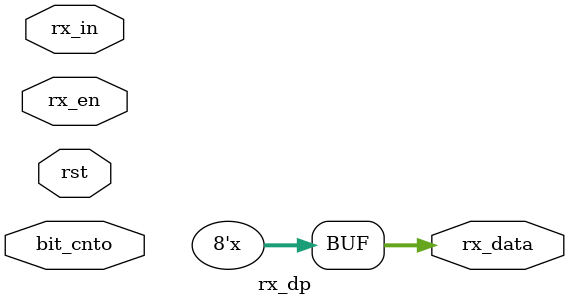
<source format=v>
module rx_dp
(
	input wire			rst,
	input wire			rx_en,
	input wire			rx_in,
	input wire [9:0]  bit_cnto,
	
	output reg	[7:0] rx_data
);

reg d0;
reg d1;
reg d2;
reg d3;
reg d4;
reg d5;
reg d6;
reg d7;

always @ *
begin

	casex ({rst, rx_en, bit_cnto})
	
	{1'b1, 1'bx, 10'dx, 1'bx}: {rx_data, d0, d1, d2, d3, d4, d5, d6, d7} = {8'dx, 1'dx, 1'dx, 1'dx, 1'dx, 1'dx, 1'dx, 1'dx, 1'dx};
	
	{1'b0, 1'b0, 10'dx}: {d0, d1, d2, d3, d4, d5, d6, d7} = {1'dx, 1'dx, 1'dx, 1'dx, 1'dx, 1'dx, 1'dx, 1'dx};
	
	{1'b0, 1'b1, 10'd0}: {rx_data, d0, d1, d2, d3, d4, d5, d6, d7} = {8'dx, 1'dx, 1'dx, 1'dx, 1'dx, 1'dx, 1'dx, 1'dx, 1'dx};
	
	{1'b0, 1'b1, 10'd1}: d0 <= rx_in;
	{1'b0, 1'b1, 10'd2}: d1 <= rx_in;
	{1'b0, 1'b1, 10'd3}: d2 <= rx_in;
	{1'b0, 1'b1, 10'd4}: d3 <= rx_in;
	{1'b0, 1'b1, 10'd5}: d4 <= rx_in;
	{1'b0, 1'b1, 10'd6}: d5 <= rx_in;
	{1'b0, 1'b1, 10'd7}: d6 <= rx_in;
	{1'b0, 1'b1, 10'd8}: d7 <= rx_in;
	{1'b0, 1'b1, 10'd9}: rx_data <= {d7, d6, d5, d4, d3, d2, d1, d0};
	
	endcase
	
end

endmodule

</source>
